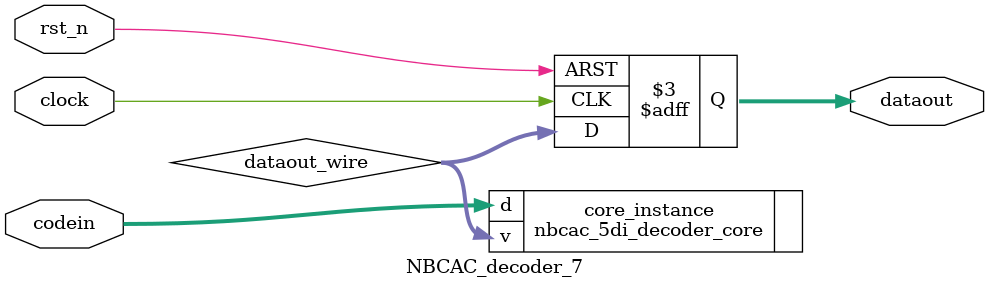
<source format=v>
module NBCAC_decoder_7(
    input wire clock,
    input wire rst_n,
    output reg [4:0] dataout,
    input wire [7:1] codein
);

    wire [4:0] dataout_wire;

    nbcac_5di_decoder_core core_instance(
        .v(dataout_wire),
        .d(codein)
    );

    //sync
    always @(posedge clock or negedge rst_n) begin
        if (~rst_n) begin
            dataout <= 0;
        end
        else begin
            dataout <= dataout_wire;
        end
    end

endmodule
</source>
